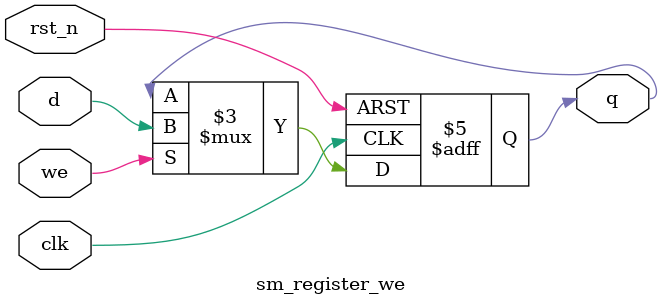
<source format=v>


module sm_register
#(
    parameter WIDTH = 1
)
(
    input                        clk,
    input                        rst_n,
    input      [ WIDTH - 1 : 0 ] d,
    output reg [ WIDTH - 1 : 0 ] q
);
    localparam RESET = { WIDTH { 1'b0 } };
    
    always @ (posedge clk or negedge rst_n)
        if(~rst_n)
            q <= RESET;
        else
            q <= d;
endmodule


module sm_register_we
#(
    parameter WIDTH = 1
)
(
    input                        clk,
    input                        rst_n,
    input                        we,
    input      [ WIDTH - 1 : 0 ] d,
    output reg [ WIDTH - 1 : 0 ] q
);
    localparam RESET = { WIDTH { 1'b0 } };
    
    always @ (posedge clk or negedge rst_n)
        if(~rst_n)
            q <= RESET;
        else
            if(we) q <= d;
endmodule

</source>
